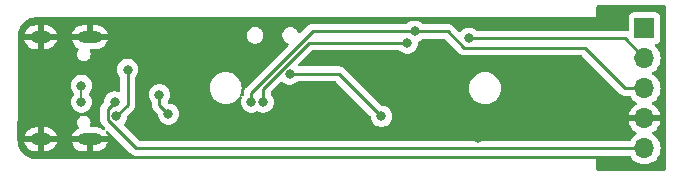
<source format=gbr>
%TF.GenerationSoftware,KiCad,Pcbnew,7.0.8*%
%TF.CreationDate,2024-02-13T10:47:56-06:00*%
%TF.ProjectId,SerialClamp,53657269-616c-4436-9c61-6d702e6b6963,rev?*%
%TF.SameCoordinates,Original*%
%TF.FileFunction,Copper,L2,Bot*%
%TF.FilePolarity,Positive*%
%FSLAX46Y46*%
G04 Gerber Fmt 4.6, Leading zero omitted, Abs format (unit mm)*
G04 Created by KiCad (PCBNEW 7.0.8) date 2024-02-13 10:47:56*
%MOMM*%
%LPD*%
G01*
G04 APERTURE LIST*
%TA.AperFunction,ComponentPad*%
%ADD10R,1.700000X1.700000*%
%TD*%
%TA.AperFunction,ComponentPad*%
%ADD11O,1.700000X1.700000*%
%TD*%
%TA.AperFunction,ComponentPad*%
%ADD12O,1.800000X1.000000*%
%TD*%
%TA.AperFunction,ComponentPad*%
%ADD13O,2.100000X1.000000*%
%TD*%
%TA.AperFunction,ViaPad*%
%ADD14C,0.800000*%
%TD*%
%TA.AperFunction,Conductor*%
%ADD15C,0.250000*%
%TD*%
%TA.AperFunction,Conductor*%
%ADD16C,0.200000*%
%TD*%
G04 APERTURE END LIST*
D10*
%TO.P,J2,1,Pin_1*%
%TO.N,VCC*%
X173070000Y-90950000D03*
D11*
%TO.P,J2,2,Pin_2*%
%TO.N,TX*%
X173070000Y-93490000D03*
%TO.P,J2,3,Pin_3*%
%TO.N,RX*%
X173070000Y-96030000D03*
%TO.P,J2,4,Pin_4*%
%TO.N,VSS*%
X173070000Y-98570000D03*
%TO.P,J2,5,Pin_5*%
%TO.N,Reset*%
X173070000Y-101110000D03*
%TD*%
D12*
%TO.P,J1,S1,SHIELD*%
%TO.N,VSS*%
X121947500Y-100345000D03*
D13*
X126097500Y-100345000D03*
D12*
X121947500Y-91705000D03*
D13*
X126097500Y-91705000D03*
%TD*%
D14*
%TO.N,VSS*%
X159000000Y-100200000D03*
X147400000Y-96800000D03*
X152400000Y-96600000D03*
X121600000Y-97800000D03*
X121600000Y-93800000D03*
X136400000Y-90800000D03*
X135000000Y-98800000D03*
X129800000Y-98800000D03*
X131000000Y-95000000D03*
X129000000Y-92000000D03*
%TO.N,Net-(F1-Pad1)*%
X128350000Y-98400000D03*
X129300000Y-94450000D03*
%TO.N,Reset*%
X128200000Y-97200000D03*
%TO.N,RX*%
X139787335Y-97187359D03*
X153600000Y-91200000D03*
%TO.N,TX*%
X140786716Y-97202904D03*
X153000000Y-92200000D03*
X158200000Y-91800000D03*
%TO.N,Net-(U1-V3)*%
X131997996Y-96575000D03*
X132763790Y-98218105D03*
%TO.N,D+*%
X125400000Y-97200000D03*
X125400000Y-95800000D03*
%TO.N,Net-(SW1-B)*%
X150800000Y-98400000D03*
X143030851Y-94830851D03*
%TD*%
D15*
%TO.N,RX*%
X156400000Y-91200000D02*
X153600000Y-91200000D01*
X173070000Y-96030000D02*
X171430000Y-96030000D01*
X171430000Y-96030000D02*
X168000000Y-92600000D01*
%TO.N,TX*%
X171380000Y-91800000D02*
X158200000Y-91800000D01*
%TO.N,RX*%
X168000000Y-92600000D02*
X157800000Y-92600000D01*
%TO.N,TX*%
X173070000Y-93490000D02*
X171380000Y-91800000D01*
%TO.N,RX*%
X157800000Y-92600000D02*
X156400000Y-91200000D01*
%TO.N,VSS*%
X129000000Y-92000000D02*
X130000000Y-92000000D01*
%TO.N,Net-(F1-Pad1)*%
X128350000Y-98400000D02*
X129300000Y-97450000D01*
%TO.N,Reset*%
X127625000Y-97775000D02*
X128200000Y-97200000D01*
X127625000Y-98700305D02*
X127625000Y-97775000D01*
X130034695Y-101110000D02*
X127625000Y-98700305D01*
%TO.N,Net-(F1-Pad1)*%
X129300000Y-97450000D02*
X129300000Y-94450000D01*
%TO.N,Reset*%
X173070000Y-101110000D02*
X130034695Y-101110000D01*
%TO.N,Net-(U1-V3)*%
X131997996Y-97452311D02*
X131997996Y-96575000D01*
X132763790Y-98218105D02*
X131997996Y-97452311D01*
%TO.N,TX*%
X140786716Y-96049680D02*
X144636396Y-92200000D01*
X140786716Y-97202904D02*
X140786716Y-96049680D01*
%TO.N,RX*%
X139787335Y-96412665D02*
X139787335Y-97187359D01*
%TO.N,TX*%
X144636396Y-92200000D02*
X153000000Y-92200000D01*
%TO.N,RX*%
X145000000Y-91200000D02*
X139787335Y-96412665D01*
X153600000Y-91200000D02*
X145000000Y-91200000D01*
%TO.N,Net-(SW1-B)*%
X147200000Y-94800000D02*
X143061702Y-94800000D01*
X150800000Y-98400000D02*
X147200000Y-94800000D01*
X143061702Y-94800000D02*
X143030851Y-94830851D01*
D16*
%TO.N,D+*%
X125400000Y-95800000D02*
X125400000Y-97200000D01*
%TD*%
%TA.AperFunction,Conductor*%
%TO.N,VSS*%
G36*
X174842539Y-89020185D02*
G01*
X174888294Y-89072989D01*
X174899500Y-89124500D01*
X174899500Y-102875500D01*
X174879815Y-102942539D01*
X174827011Y-102988294D01*
X174775500Y-102999500D01*
X169124500Y-102999500D01*
X169057461Y-102979815D01*
X169011706Y-102927011D01*
X169000500Y-102875500D01*
X169000500Y-102024759D01*
X169000528Y-102024616D01*
X169000524Y-102024616D01*
X169000539Y-102000002D01*
X169000541Y-102000000D01*
X169000462Y-101999808D01*
X169000384Y-101999618D01*
X169000382Y-101999616D01*
X169000099Y-101999500D01*
X169000001Y-101999459D01*
X168975963Y-101999416D01*
X168975492Y-101999509D01*
X121583600Y-102018127D01*
X121579150Y-102017969D01*
X121511511Y-102013130D01*
X121349795Y-102000403D01*
X121341470Y-101999175D01*
X121241595Y-101977447D01*
X121115623Y-101947205D01*
X121108431Y-101945009D01*
X121006278Y-101906907D01*
X120892053Y-101859592D01*
X120886062Y-101856726D01*
X120815904Y-101818417D01*
X120789199Y-101803835D01*
X120786528Y-101802289D01*
X120684060Y-101739495D01*
X120679297Y-101736263D01*
X120590128Y-101669512D01*
X120587017Y-101667023D01*
X120496305Y-101589548D01*
X120492729Y-101586242D01*
X120413756Y-101507269D01*
X120410450Y-101503693D01*
X120332975Y-101412981D01*
X120330486Y-101409870D01*
X120282234Y-101345413D01*
X120263731Y-101320695D01*
X120260503Y-101315938D01*
X120231552Y-101268695D01*
X120197691Y-101213438D01*
X120196178Y-101210826D01*
X120143272Y-101113936D01*
X120140406Y-101107945D01*
X120093093Y-100993721D01*
X120080614Y-100960267D01*
X120054980Y-100891543D01*
X120052798Y-100884391D01*
X120022552Y-100758404D01*
X120008561Y-100694093D01*
X120000821Y-100658515D01*
X119999598Y-100650226D01*
X119995252Y-100595000D01*
X120574134Y-100595000D01*
X120574431Y-100596946D01*
X120574433Y-100596952D01*
X120645062Y-100787657D01*
X120645065Y-100787664D01*
X120752649Y-100960267D01*
X120892764Y-101107668D01*
X120892766Y-101107669D01*
X121059695Y-101223856D01*
X121246592Y-101304059D01*
X121445810Y-101345000D01*
X121697500Y-101345000D01*
X121697500Y-100645000D01*
X122197500Y-100645000D01*
X122197500Y-101345000D01*
X122398213Y-101345000D01*
X122549838Y-101329581D01*
X122743881Y-101268700D01*
X122743891Y-101268695D01*
X122921715Y-101169994D01*
X122921716Y-101169994D01*
X123076030Y-101037521D01*
X123076031Y-101037520D01*
X123200518Y-100876695D01*
X123290088Y-100694093D01*
X123315746Y-100595000D01*
X124574134Y-100595000D01*
X124574431Y-100596946D01*
X124574433Y-100596952D01*
X124645062Y-100787657D01*
X124645065Y-100787664D01*
X124752649Y-100960267D01*
X124892764Y-101107668D01*
X124892766Y-101107669D01*
X125059695Y-101223856D01*
X125246592Y-101304059D01*
X125445810Y-101345000D01*
X125847500Y-101345000D01*
X125847500Y-100645000D01*
X126347500Y-100645000D01*
X126347500Y-101345000D01*
X126698213Y-101345000D01*
X126849838Y-101329581D01*
X127043881Y-101268700D01*
X127043891Y-101268695D01*
X127221715Y-101169994D01*
X127221716Y-101169994D01*
X127376030Y-101037521D01*
X127376031Y-101037520D01*
X127500518Y-100876695D01*
X127590088Y-100694093D01*
X127615746Y-100595000D01*
X126813611Y-100595000D01*
X126853110Y-100570543D01*
X126920701Y-100481038D01*
X126951395Y-100373160D01*
X126941046Y-100261479D01*
X126891052Y-100161078D01*
X126818569Y-100095000D01*
X127620866Y-100095000D01*
X127620568Y-100093053D01*
X127620566Y-100093047D01*
X127549937Y-99902342D01*
X127549934Y-99902335D01*
X127473290Y-99779371D01*
X127454534Y-99712066D01*
X127475143Y-99645305D01*
X127528574Y-99600284D01*
X127597863Y-99591297D01*
X127661012Y-99621197D01*
X127666199Y-99626094D01*
X128610647Y-100570543D01*
X129533892Y-101493788D01*
X129543717Y-101506051D01*
X129543938Y-101505869D01*
X129548909Y-101511878D01*
X129574912Y-101536295D01*
X129599330Y-101559226D01*
X129620224Y-101580120D01*
X129625706Y-101584373D01*
X129630138Y-101588157D01*
X129664113Y-101620062D01*
X129681671Y-101629714D01*
X129697930Y-101640395D01*
X129713759Y-101652673D01*
X129756533Y-101671182D01*
X129761751Y-101673738D01*
X129802603Y-101696197D01*
X129822011Y-101701180D01*
X129840412Y-101707480D01*
X129858799Y-101715437D01*
X129902183Y-101722308D01*
X129904814Y-101722725D01*
X129910534Y-101723909D01*
X129955676Y-101735500D01*
X129975711Y-101735500D01*
X129995109Y-101737026D01*
X130014889Y-101740159D01*
X130014890Y-101740160D01*
X130014890Y-101740159D01*
X130014891Y-101740160D01*
X130061279Y-101735775D01*
X130067117Y-101735500D01*
X171794773Y-101735500D01*
X171861812Y-101755185D01*
X171896348Y-101788377D01*
X172031500Y-101981395D01*
X172031505Y-101981401D01*
X172198599Y-102148495D01*
X172295384Y-102216265D01*
X172392165Y-102284032D01*
X172392167Y-102284033D01*
X172392170Y-102284035D01*
X172606337Y-102383903D01*
X172834592Y-102445063D01*
X173022918Y-102461539D01*
X173069999Y-102465659D01*
X173070000Y-102465659D01*
X173070001Y-102465659D01*
X173109234Y-102462226D01*
X173305408Y-102445063D01*
X173533663Y-102383903D01*
X173747830Y-102284035D01*
X173941401Y-102148495D01*
X174108495Y-101981401D01*
X174244035Y-101787830D01*
X174343903Y-101573663D01*
X174405063Y-101345408D01*
X174425659Y-101110000D01*
X174405063Y-100874592D01*
X174343903Y-100646337D01*
X174244035Y-100432171D01*
X174243652Y-100431623D01*
X174108494Y-100238597D01*
X173941402Y-100071506D01*
X173941401Y-100071505D01*
X173755405Y-99941269D01*
X173711781Y-99886692D01*
X173704588Y-99817193D01*
X173736110Y-99754839D01*
X173755405Y-99738119D01*
X173941082Y-99608105D01*
X174108105Y-99441082D01*
X174243600Y-99247578D01*
X174343429Y-99033492D01*
X174343432Y-99033486D01*
X174400636Y-98820000D01*
X173503686Y-98820000D01*
X173529493Y-98779844D01*
X173570000Y-98641889D01*
X173570000Y-98498111D01*
X173529493Y-98360156D01*
X173503686Y-98320000D01*
X174400636Y-98320000D01*
X174400635Y-98319999D01*
X174343432Y-98106513D01*
X174343429Y-98106507D01*
X174243600Y-97892422D01*
X174243599Y-97892420D01*
X174108113Y-97698926D01*
X174108108Y-97698920D01*
X173941078Y-97531890D01*
X173755405Y-97401879D01*
X173711780Y-97347302D01*
X173704588Y-97277804D01*
X173736110Y-97215449D01*
X173755406Y-97198730D01*
X173766853Y-97190715D01*
X173941401Y-97068495D01*
X174108495Y-96901401D01*
X174244035Y-96707830D01*
X174343903Y-96493663D01*
X174405063Y-96265408D01*
X174425659Y-96030000D01*
X174425221Y-96024999D01*
X174405063Y-95794596D01*
X174405063Y-95794592D01*
X174343903Y-95566337D01*
X174244035Y-95352171D01*
X174243652Y-95351623D01*
X174108494Y-95158597D01*
X173941402Y-94991506D01*
X173941396Y-94991501D01*
X173755842Y-94861575D01*
X173712217Y-94806998D01*
X173705023Y-94737500D01*
X173736546Y-94675145D01*
X173755842Y-94658425D01*
X173784646Y-94638256D01*
X173941401Y-94528495D01*
X174108495Y-94361401D01*
X174244035Y-94167830D01*
X174343903Y-93953663D01*
X174405063Y-93725408D01*
X174425659Y-93490000D01*
X174405063Y-93254592D01*
X174356772Y-93074364D01*
X174343905Y-93026344D01*
X174343904Y-93026343D01*
X174343903Y-93026337D01*
X174244035Y-92812171D01*
X174240402Y-92806983D01*
X174108496Y-92618600D01*
X174049396Y-92559500D01*
X173986567Y-92496671D01*
X173953084Y-92435351D01*
X173958068Y-92365659D01*
X173999939Y-92309725D01*
X174030915Y-92292810D01*
X174162331Y-92243796D01*
X174277546Y-92157546D01*
X174363796Y-92042331D01*
X174414091Y-91907483D01*
X174420500Y-91847873D01*
X174420499Y-90052128D01*
X174414091Y-89992517D01*
X174407889Y-89975889D01*
X174363797Y-89857671D01*
X174363793Y-89857664D01*
X174277547Y-89742455D01*
X174277544Y-89742452D01*
X174162335Y-89656206D01*
X174162328Y-89656202D01*
X174027482Y-89605908D01*
X174027483Y-89605908D01*
X173967883Y-89599501D01*
X173967881Y-89599500D01*
X173967873Y-89599500D01*
X173967864Y-89599500D01*
X172172129Y-89599500D01*
X172172123Y-89599501D01*
X172112516Y-89605908D01*
X171977671Y-89656202D01*
X171977664Y-89656206D01*
X171862455Y-89742452D01*
X171862452Y-89742455D01*
X171776206Y-89857664D01*
X171776202Y-89857671D01*
X171725908Y-89992517D01*
X171721655Y-90032082D01*
X171719501Y-90052123D01*
X171719500Y-90052135D01*
X171719500Y-91076940D01*
X171699815Y-91143979D01*
X171647011Y-91189734D01*
X171577853Y-91199678D01*
X171560908Y-91196017D01*
X171555898Y-91194561D01*
X171509874Y-91187272D01*
X171504152Y-91186087D01*
X171459021Y-91174500D01*
X171459019Y-91174500D01*
X171438984Y-91174500D01*
X171419586Y-91172973D01*
X171412162Y-91171797D01*
X171399805Y-91169840D01*
X171399804Y-91169840D01*
X171353416Y-91174225D01*
X171347578Y-91174500D01*
X158903748Y-91174500D01*
X158836709Y-91154815D01*
X158811600Y-91133474D01*
X158805873Y-91127114D01*
X158805869Y-91127110D01*
X158652734Y-91015851D01*
X158652729Y-91015848D01*
X158479807Y-90938857D01*
X158479802Y-90938855D01*
X158318635Y-90904599D01*
X158294646Y-90899500D01*
X158105354Y-90899500D01*
X158081365Y-90904599D01*
X157920197Y-90938855D01*
X157920192Y-90938857D01*
X157747270Y-91015848D01*
X157747265Y-91015851D01*
X157594132Y-91127109D01*
X157594129Y-91127111D01*
X157594129Y-91127112D01*
X157532087Y-91196017D01*
X157500371Y-91231241D01*
X157440884Y-91267889D01*
X157371027Y-91266558D01*
X157320540Y-91235949D01*
X156900803Y-90816212D01*
X156890980Y-90803950D01*
X156890759Y-90804134D01*
X156885786Y-90798123D01*
X156835364Y-90750773D01*
X156819836Y-90735245D01*
X156814475Y-90729883D01*
X156808986Y-90725625D01*
X156804561Y-90721847D01*
X156770582Y-90689938D01*
X156770580Y-90689936D01*
X156770577Y-90689935D01*
X156753029Y-90680288D01*
X156736763Y-90669604D01*
X156720933Y-90657325D01*
X156678168Y-90638818D01*
X156672922Y-90636248D01*
X156632093Y-90613803D01*
X156632092Y-90613802D01*
X156612693Y-90608822D01*
X156594281Y-90602518D01*
X156575898Y-90594562D01*
X156575892Y-90594560D01*
X156529874Y-90587272D01*
X156524152Y-90586087D01*
X156479021Y-90574500D01*
X156479019Y-90574500D01*
X156458984Y-90574500D01*
X156439586Y-90572973D01*
X156432162Y-90571797D01*
X156419805Y-90569840D01*
X156419804Y-90569840D01*
X156373416Y-90574225D01*
X156367578Y-90574500D01*
X154303748Y-90574500D01*
X154236709Y-90554815D01*
X154211600Y-90533474D01*
X154205873Y-90527114D01*
X154205869Y-90527110D01*
X154052734Y-90415851D01*
X154052729Y-90415848D01*
X153879807Y-90338857D01*
X153879802Y-90338855D01*
X153734001Y-90307865D01*
X153694646Y-90299500D01*
X153505354Y-90299500D01*
X153472897Y-90306398D01*
X153320197Y-90338855D01*
X153320192Y-90338857D01*
X153147270Y-90415848D01*
X153147265Y-90415851D01*
X152994130Y-90527110D01*
X152994126Y-90527114D01*
X152988400Y-90533474D01*
X152928913Y-90570121D01*
X152896252Y-90574500D01*
X145082743Y-90574500D01*
X145067122Y-90572775D01*
X145067095Y-90573061D01*
X145059333Y-90572326D01*
X144990172Y-90574500D01*
X144960649Y-90574500D01*
X144953778Y-90575367D01*
X144947959Y-90575825D01*
X144901374Y-90577289D01*
X144901368Y-90577290D01*
X144882126Y-90582880D01*
X144863087Y-90586823D01*
X144843217Y-90589334D01*
X144843203Y-90589337D01*
X144799883Y-90606488D01*
X144794358Y-90608380D01*
X144749613Y-90621380D01*
X144749610Y-90621381D01*
X144732366Y-90631579D01*
X144714905Y-90640133D01*
X144696274Y-90647510D01*
X144696262Y-90647517D01*
X144658570Y-90674902D01*
X144653687Y-90678109D01*
X144613580Y-90701829D01*
X144599414Y-90715995D01*
X144584624Y-90728627D01*
X144568414Y-90740404D01*
X144568411Y-90740407D01*
X144538710Y-90776309D01*
X144534777Y-90780631D01*
X143966831Y-91348577D01*
X143905508Y-91382062D01*
X143835816Y-91377078D01*
X143779883Y-91335206D01*
X143763823Y-91301269D01*
X143762451Y-91301790D01*
X143759790Y-91294774D01*
X143680736Y-91144150D01*
X143661560Y-91122505D01*
X143567929Y-91016817D01*
X143518177Y-90982475D01*
X143427931Y-90920182D01*
X143268874Y-90859860D01*
X143268868Y-90859859D01*
X143142374Y-90844500D01*
X143142372Y-90844500D01*
X143057628Y-90844500D01*
X143057626Y-90844500D01*
X142931131Y-90859859D01*
X142931125Y-90859860D01*
X142772068Y-90920182D01*
X142632072Y-91016816D01*
X142519263Y-91144150D01*
X142440210Y-91294773D01*
X142399500Y-91459944D01*
X142399500Y-91630055D01*
X142440210Y-91795226D01*
X142519263Y-91945849D01*
X142535772Y-91964484D01*
X142632071Y-92073183D01*
X142722318Y-92135476D01*
X142772068Y-92169817D01*
X142772069Y-92169817D01*
X142772070Y-92169818D01*
X142863560Y-92204515D01*
X142919263Y-92246692D01*
X142943321Y-92312290D01*
X142928095Y-92380480D01*
X142907271Y-92408138D01*
X139403543Y-95911864D01*
X139391286Y-95921685D01*
X139391469Y-95921906D01*
X139385458Y-95926878D01*
X139338107Y-95977301D01*
X139317224Y-95998184D01*
X139317212Y-95998197D01*
X139312956Y-96003682D01*
X139309172Y-96008112D01*
X139277272Y-96042083D01*
X139277271Y-96042085D01*
X139267619Y-96059641D01*
X139256945Y-96075891D01*
X139244664Y-96091726D01*
X139244659Y-96091733D01*
X139226150Y-96134503D01*
X139223580Y-96139749D01*
X139201138Y-96180571D01*
X139196157Y-96199972D01*
X139189856Y-96218375D01*
X139181894Y-96236775D01*
X139181353Y-96238637D01*
X139180533Y-96239919D01*
X139178800Y-96243926D01*
X139178153Y-96243646D01*
X139149280Y-96288842D01*
X139161800Y-96328005D01*
X139161835Y-96330957D01*
X139161835Y-96353681D01*
X139160308Y-96373080D01*
X139157175Y-96392859D01*
X139157175Y-96392860D01*
X139161560Y-96439248D01*
X139161835Y-96445086D01*
X139161835Y-96488671D01*
X139142150Y-96555710D01*
X139129985Y-96571643D01*
X139050454Y-96659972D01*
X139048626Y-96658326D01*
X139002075Y-96694216D01*
X138932462Y-96700189D01*
X138870669Y-96667578D01*
X138836317Y-96606736D01*
X138840312Y-96536981D01*
X138844715Y-96526256D01*
X138853154Y-96508159D01*
X138873903Y-96463663D01*
X138918060Y-96298863D01*
X138950516Y-96245616D01*
X138938281Y-96204365D01*
X138938751Y-96193244D01*
X138955659Y-96000000D01*
X138935063Y-95764592D01*
X138873903Y-95536337D01*
X138774035Y-95322171D01*
X138774034Y-95322169D01*
X138638494Y-95128597D01*
X138471402Y-94961505D01*
X138277830Y-94825965D01*
X138277828Y-94825964D01*
X138170746Y-94776031D01*
X138063663Y-94726097D01*
X138063659Y-94726096D01*
X138063655Y-94726094D01*
X137835413Y-94664938D01*
X137835403Y-94664936D01*
X137658966Y-94649500D01*
X137541034Y-94649500D01*
X137364596Y-94664936D01*
X137364586Y-94664938D01*
X137136344Y-94726094D01*
X137136335Y-94726098D01*
X136922171Y-94825964D01*
X136922169Y-94825965D01*
X136728597Y-94961505D01*
X136561506Y-95128597D01*
X136561501Y-95128604D01*
X136425967Y-95322165D01*
X136425965Y-95322169D01*
X136326098Y-95536335D01*
X136326094Y-95536344D01*
X136264938Y-95764586D01*
X136264936Y-95764596D01*
X136244341Y-95999999D01*
X136244341Y-96000000D01*
X136264936Y-96235403D01*
X136264938Y-96235413D01*
X136326094Y-96463655D01*
X136326096Y-96463659D01*
X136326097Y-96463663D01*
X136346846Y-96508159D01*
X136425964Y-96677828D01*
X136425965Y-96677830D01*
X136561505Y-96871402D01*
X136728597Y-97038494D01*
X136922169Y-97174034D01*
X136922171Y-97174035D01*
X137136337Y-97273903D01*
X137136343Y-97273904D01*
X137136344Y-97273905D01*
X137174919Y-97284241D01*
X137364592Y-97335063D01*
X137541034Y-97350500D01*
X137658966Y-97350500D01*
X137835408Y-97335063D01*
X138063663Y-97273903D01*
X138277829Y-97174035D01*
X138471401Y-97038495D01*
X138638495Y-96871401D01*
X138731025Y-96739253D01*
X138785602Y-96695629D01*
X138855100Y-96688435D01*
X138917455Y-96719958D01*
X138952869Y-96780187D01*
X138950531Y-96848695D01*
X138901662Y-96999099D01*
X138901661Y-96999103D01*
X138881875Y-97187359D01*
X138901661Y-97375615D01*
X138901662Y-97375618D01*
X138960153Y-97555636D01*
X138960156Y-97555643D01*
X139054802Y-97719575D01*
X139172076Y-97849821D01*
X139181464Y-97860247D01*
X139334600Y-97971507D01*
X139334605Y-97971510D01*
X139507527Y-98048501D01*
X139507532Y-98048503D01*
X139692689Y-98087859D01*
X139692690Y-98087859D01*
X139881979Y-98087859D01*
X139881981Y-98087859D01*
X140067138Y-98048503D01*
X140220172Y-97980366D01*
X140289420Y-97971082D01*
X140327954Y-97984623D01*
X140328049Y-97984412D01*
X140330659Y-97985574D01*
X140332608Y-97986259D01*
X140333980Y-97987050D01*
X140333986Y-97987055D01*
X140420449Y-98025551D01*
X140506908Y-98064046D01*
X140506913Y-98064048D01*
X140692070Y-98103404D01*
X140692071Y-98103404D01*
X140881360Y-98103404D01*
X140881362Y-98103404D01*
X141066519Y-98064048D01*
X141239446Y-97987055D01*
X141392587Y-97875792D01*
X141519249Y-97735120D01*
X141613895Y-97571188D01*
X141672390Y-97391160D01*
X141692176Y-97202904D01*
X141672390Y-97014648D01*
X141613895Y-96834620D01*
X141519249Y-96670688D01*
X141495139Y-96643911D01*
X141444066Y-96587188D01*
X141413836Y-96524196D01*
X141412216Y-96504216D01*
X141412216Y-96360131D01*
X141431901Y-96293092D01*
X141448531Y-96272454D01*
X142234161Y-95486823D01*
X142295482Y-95453340D01*
X142365173Y-95458324D01*
X142413988Y-95491532D01*
X142424978Y-95503737D01*
X142424986Y-95503744D01*
X142578116Y-95614999D01*
X142578121Y-95615002D01*
X142751043Y-95691993D01*
X142751048Y-95691995D01*
X142936205Y-95731351D01*
X142936206Y-95731351D01*
X143125495Y-95731351D01*
X143125497Y-95731351D01*
X143310654Y-95691995D01*
X143483581Y-95615002D01*
X143636722Y-95503739D01*
X143670227Y-95466527D01*
X143729714Y-95429879D01*
X143762377Y-95425500D01*
X146889548Y-95425500D01*
X146956587Y-95445185D01*
X146977229Y-95461819D01*
X149861038Y-98345629D01*
X149894523Y-98406952D01*
X149896678Y-98420348D01*
X149904852Y-98498111D01*
X149914326Y-98588256D01*
X149914327Y-98588259D01*
X149972818Y-98768277D01*
X149972821Y-98768284D01*
X150067467Y-98932216D01*
X150168209Y-99044101D01*
X150194129Y-99072888D01*
X150347265Y-99184148D01*
X150347270Y-99184151D01*
X150520192Y-99261142D01*
X150520197Y-99261144D01*
X150705354Y-99300500D01*
X150705355Y-99300500D01*
X150894644Y-99300500D01*
X150894646Y-99300500D01*
X151079803Y-99261144D01*
X151252730Y-99184151D01*
X151405871Y-99072888D01*
X151532533Y-98932216D01*
X151627179Y-98768284D01*
X151685674Y-98588256D01*
X151705460Y-98400000D01*
X151685674Y-98211744D01*
X151627179Y-98031716D01*
X151532533Y-97867784D01*
X151405871Y-97727112D01*
X151400107Y-97722924D01*
X151252734Y-97615851D01*
X151252729Y-97615848D01*
X151079807Y-97538857D01*
X151079802Y-97538855D01*
X150917515Y-97504361D01*
X150894646Y-97499500D01*
X150894645Y-97499500D01*
X150835452Y-97499500D01*
X150768413Y-97479815D01*
X150747771Y-97463181D01*
X149309590Y-96025000D01*
X158214341Y-96025000D01*
X158234936Y-96260403D01*
X158234938Y-96260413D01*
X158296094Y-96488655D01*
X158296096Y-96488659D01*
X158296097Y-96488663D01*
X158325546Y-96551816D01*
X158395964Y-96702828D01*
X158395965Y-96702830D01*
X158531505Y-96896402D01*
X158698597Y-97063494D01*
X158892169Y-97199034D01*
X158892171Y-97199035D01*
X159106337Y-97298903D01*
X159334592Y-97360063D01*
X159511034Y-97375500D01*
X159628966Y-97375500D01*
X159805408Y-97360063D01*
X160033663Y-97298903D01*
X160247829Y-97199035D01*
X160441401Y-97063495D01*
X160608495Y-96896401D01*
X160744035Y-96702830D01*
X160843903Y-96488663D01*
X160905063Y-96260408D01*
X160925659Y-96025000D01*
X160924181Y-96008112D01*
X160914907Y-95902111D01*
X160905063Y-95789592D01*
X160843903Y-95561337D01*
X160744035Y-95347171D01*
X160744034Y-95347169D01*
X160608494Y-95153597D01*
X160441402Y-94986505D01*
X160247830Y-94850965D01*
X160247828Y-94850964D01*
X160101006Y-94782500D01*
X160033663Y-94751097D01*
X160033659Y-94751096D01*
X160033655Y-94751094D01*
X159805413Y-94689938D01*
X159805403Y-94689936D01*
X159628966Y-94674500D01*
X159511034Y-94674500D01*
X159334596Y-94689936D01*
X159334586Y-94689938D01*
X159106344Y-94751094D01*
X159106335Y-94751098D01*
X158892171Y-94850964D01*
X158892169Y-94850965D01*
X158698597Y-94986505D01*
X158531506Y-95153597D01*
X158531501Y-95153604D01*
X158395967Y-95347165D01*
X158395965Y-95347169D01*
X158296098Y-95561335D01*
X158296094Y-95561344D01*
X158234938Y-95789586D01*
X158234936Y-95789596D01*
X158214341Y-96024999D01*
X158214341Y-96025000D01*
X149309590Y-96025000D01*
X147700803Y-94416212D01*
X147690980Y-94403950D01*
X147690759Y-94404134D01*
X147685786Y-94398123D01*
X147635364Y-94350773D01*
X147624919Y-94340328D01*
X147614475Y-94329883D01*
X147608986Y-94325625D01*
X147604561Y-94321847D01*
X147570582Y-94289938D01*
X147570580Y-94289936D01*
X147570577Y-94289935D01*
X147553029Y-94280288D01*
X147536763Y-94269604D01*
X147520933Y-94257325D01*
X147478168Y-94238818D01*
X147472922Y-94236248D01*
X147432093Y-94213803D01*
X147432092Y-94213802D01*
X147412693Y-94208822D01*
X147394281Y-94202518D01*
X147375898Y-94194562D01*
X147375892Y-94194560D01*
X147329874Y-94187272D01*
X147324152Y-94186087D01*
X147279021Y-94174500D01*
X147279019Y-94174500D01*
X147258984Y-94174500D01*
X147239586Y-94172973D01*
X147232162Y-94171797D01*
X147219805Y-94169840D01*
X147219804Y-94169840D01*
X147173416Y-94174225D01*
X147167578Y-94174500D01*
X143845847Y-94174500D01*
X143778808Y-94154815D01*
X143733053Y-94102011D01*
X143723109Y-94032853D01*
X143752134Y-93969297D01*
X143758166Y-93962819D01*
X144295753Y-93425233D01*
X144859167Y-92861819D01*
X144920490Y-92828334D01*
X144946848Y-92825500D01*
X152296252Y-92825500D01*
X152363291Y-92845185D01*
X152388400Y-92866526D01*
X152394126Y-92872885D01*
X152394130Y-92872889D01*
X152547265Y-92984148D01*
X152547270Y-92984151D01*
X152720192Y-93061142D01*
X152720197Y-93061144D01*
X152905354Y-93100500D01*
X152905355Y-93100500D01*
X153094644Y-93100500D01*
X153094646Y-93100500D01*
X153279803Y-93061144D01*
X153452730Y-92984151D01*
X153605871Y-92872888D01*
X153732533Y-92732216D01*
X153827179Y-92568284D01*
X153885674Y-92388256D01*
X153905460Y-92200000D01*
X153899787Y-92146032D01*
X153912356Y-92077306D01*
X153960087Y-92026282D01*
X153972655Y-92019802D01*
X154052730Y-91984151D01*
X154205871Y-91872888D01*
X154208788Y-91869647D01*
X154211600Y-91866526D01*
X154271087Y-91829879D01*
X154303748Y-91825500D01*
X156089548Y-91825500D01*
X156156587Y-91845185D01*
X156177229Y-91861819D01*
X157299197Y-92983788D01*
X157309022Y-92996051D01*
X157309243Y-92995869D01*
X157314214Y-93001878D01*
X157340217Y-93026295D01*
X157364635Y-93049226D01*
X157385529Y-93070120D01*
X157391011Y-93074373D01*
X157395443Y-93078157D01*
X157429418Y-93110062D01*
X157446976Y-93119714D01*
X157463233Y-93130393D01*
X157479064Y-93142673D01*
X157498737Y-93151186D01*
X157521833Y-93161182D01*
X157527077Y-93163750D01*
X157567908Y-93186197D01*
X157580523Y-93189435D01*
X157587305Y-93191177D01*
X157605719Y-93197481D01*
X157624104Y-93205438D01*
X157670157Y-93212732D01*
X157675826Y-93213906D01*
X157720981Y-93225500D01*
X157741016Y-93225500D01*
X157760413Y-93227026D01*
X157780196Y-93230160D01*
X157826584Y-93225775D01*
X157832422Y-93225500D01*
X167689548Y-93225500D01*
X167756587Y-93245185D01*
X167777229Y-93261819D01*
X170929194Y-96413784D01*
X170939019Y-96426048D01*
X170939240Y-96425866D01*
X170944210Y-96431873D01*
X170944213Y-96431876D01*
X170944214Y-96431877D01*
X170994651Y-96479241D01*
X171015530Y-96500120D01*
X171021004Y-96504366D01*
X171025442Y-96508156D01*
X171059418Y-96540062D01*
X171059422Y-96540064D01*
X171076973Y-96549713D01*
X171093231Y-96560392D01*
X171109064Y-96572674D01*
X171131015Y-96582172D01*
X171151837Y-96591183D01*
X171157081Y-96593752D01*
X171197908Y-96616197D01*
X171217312Y-96621179D01*
X171235710Y-96627478D01*
X171254105Y-96635438D01*
X171300129Y-96642726D01*
X171305832Y-96643907D01*
X171350981Y-96655500D01*
X171371016Y-96655500D01*
X171390413Y-96657026D01*
X171410196Y-96660160D01*
X171456584Y-96655775D01*
X171462422Y-96655500D01*
X171794773Y-96655500D01*
X171861812Y-96675185D01*
X171896348Y-96708377D01*
X172031501Y-96901396D01*
X172031506Y-96901402D01*
X172198597Y-97068493D01*
X172198603Y-97068498D01*
X172384594Y-97198730D01*
X172428219Y-97253307D01*
X172435413Y-97322805D01*
X172403890Y-97385160D01*
X172384595Y-97401880D01*
X172198922Y-97531890D01*
X172198920Y-97531891D01*
X172031891Y-97698920D01*
X172031886Y-97698926D01*
X171896400Y-97892420D01*
X171896399Y-97892422D01*
X171796570Y-98106507D01*
X171796567Y-98106513D01*
X171739364Y-98319999D01*
X171739364Y-98320000D01*
X172636314Y-98320000D01*
X172610507Y-98360156D01*
X172570000Y-98498111D01*
X172570000Y-98641889D01*
X172610507Y-98779844D01*
X172636314Y-98820000D01*
X171739364Y-98820000D01*
X171796567Y-99033486D01*
X171796570Y-99033492D01*
X171896399Y-99247578D01*
X172031894Y-99441082D01*
X172198917Y-99608105D01*
X172384595Y-99738119D01*
X172428219Y-99792696D01*
X172435412Y-99862195D01*
X172403890Y-99924549D01*
X172384595Y-99941269D01*
X172198594Y-100071508D01*
X172031505Y-100238597D01*
X171896348Y-100431623D01*
X171841771Y-100475248D01*
X171794773Y-100484500D01*
X130345148Y-100484500D01*
X130278109Y-100464815D01*
X130257467Y-100448181D01*
X129004160Y-99194874D01*
X128970675Y-99133551D01*
X128975659Y-99063859D01*
X128999691Y-99024221D01*
X129082533Y-98932216D01*
X129177179Y-98768284D01*
X129235674Y-98588256D01*
X129253321Y-98420344D01*
X129279904Y-98355734D01*
X129288951Y-98345638D01*
X129683788Y-97950801D01*
X129696042Y-97940986D01*
X129695859Y-97940764D01*
X129701866Y-97935792D01*
X129701877Y-97935786D01*
X129732775Y-97902882D01*
X129749227Y-97885364D01*
X129759671Y-97874918D01*
X129770120Y-97864471D01*
X129774379Y-97858978D01*
X129778152Y-97854561D01*
X129810062Y-97820582D01*
X129819715Y-97803020D01*
X129830389Y-97786770D01*
X129842673Y-97770936D01*
X129861180Y-97728167D01*
X129863749Y-97722924D01*
X129876942Y-97698926D01*
X129886197Y-97682092D01*
X129891177Y-97662691D01*
X129897478Y-97644288D01*
X129905438Y-97625896D01*
X129912730Y-97579849D01*
X129913911Y-97574152D01*
X129925500Y-97529019D01*
X129925500Y-97508983D01*
X129927027Y-97489582D01*
X129928574Y-97479815D01*
X129930160Y-97469804D01*
X129925775Y-97423415D01*
X129925500Y-97417577D01*
X129925500Y-96575000D01*
X131092536Y-96575000D01*
X131112322Y-96763256D01*
X131112323Y-96763259D01*
X131170814Y-96943277D01*
X131170817Y-96943284D01*
X131265463Y-97107216D01*
X131270133Y-97112402D01*
X131340646Y-97190715D01*
X131370876Y-97253706D01*
X131372496Y-97273687D01*
X131372496Y-97369566D01*
X131370771Y-97385183D01*
X131371057Y-97385210D01*
X131370322Y-97392976D01*
X131372496Y-97462125D01*
X131372496Y-97491654D01*
X131372497Y-97491671D01*
X131373364Y-97498542D01*
X131373822Y-97504361D01*
X131375286Y-97550935D01*
X131375287Y-97550938D01*
X131380876Y-97570178D01*
X131384820Y-97589222D01*
X131387332Y-97609103D01*
X131390003Y-97615849D01*
X131404486Y-97652430D01*
X131406378Y-97657958D01*
X131419377Y-97702699D01*
X131429576Y-97719945D01*
X131438134Y-97737414D01*
X131445510Y-97756043D01*
X131472894Y-97793734D01*
X131476102Y-97798618D01*
X131499823Y-97838727D01*
X131499829Y-97838735D01*
X131513986Y-97852891D01*
X131526623Y-97867686D01*
X131538402Y-97883898D01*
X131548703Y-97892420D01*
X131574305Y-97913599D01*
X131578616Y-97917521D01*
X131763741Y-98102647D01*
X131824828Y-98163734D01*
X131858313Y-98225057D01*
X131860468Y-98238453D01*
X131860547Y-98239202D01*
X131878116Y-98406361D01*
X131878117Y-98406364D01*
X131936608Y-98586382D01*
X131936611Y-98586389D01*
X132031257Y-98750321D01*
X132100784Y-98827538D01*
X132157919Y-98890993D01*
X132311055Y-99002253D01*
X132311060Y-99002256D01*
X132483982Y-99079247D01*
X132483987Y-99079249D01*
X132669144Y-99118605D01*
X132669145Y-99118605D01*
X132858434Y-99118605D01*
X132858436Y-99118605D01*
X133043593Y-99079249D01*
X133216520Y-99002256D01*
X133369661Y-98890993D01*
X133496323Y-98750321D01*
X133590969Y-98586389D01*
X133649464Y-98406361D01*
X133669250Y-98218105D01*
X133649464Y-98029849D01*
X133590969Y-97849821D01*
X133496323Y-97685889D01*
X133369661Y-97545217D01*
X133366483Y-97542908D01*
X133216524Y-97433956D01*
X133216519Y-97433953D01*
X133043597Y-97356962D01*
X133043592Y-97356960D01*
X132882900Y-97322805D01*
X132858436Y-97317605D01*
X132858435Y-97317605D01*
X132819602Y-97317605D01*
X132752563Y-97297920D01*
X132706808Y-97245116D01*
X132696864Y-97175958D01*
X132725889Y-97112402D01*
X132727454Y-97110631D01*
X132730529Y-97107216D01*
X132825175Y-96943284D01*
X132883670Y-96763256D01*
X132903456Y-96575000D01*
X132883670Y-96386744D01*
X132825175Y-96206716D01*
X132730529Y-96042784D01*
X132603867Y-95902112D01*
X132603866Y-95902111D01*
X132450730Y-95790851D01*
X132450725Y-95790848D01*
X132277803Y-95713857D01*
X132277798Y-95713855D01*
X132131997Y-95682865D01*
X132092642Y-95674500D01*
X131903350Y-95674500D01*
X131870893Y-95681398D01*
X131718193Y-95713855D01*
X131718188Y-95713857D01*
X131545266Y-95790848D01*
X131545261Y-95790851D01*
X131392125Y-95902111D01*
X131265462Y-96042785D01*
X131170817Y-96206715D01*
X131170814Y-96206722D01*
X131112323Y-96386740D01*
X131112322Y-96386744D01*
X131092536Y-96575000D01*
X129925500Y-96575000D01*
X129925500Y-95148687D01*
X129945185Y-95081648D01*
X129957350Y-95065715D01*
X129975891Y-95045122D01*
X130032533Y-94982216D01*
X130127179Y-94818284D01*
X130185674Y-94638256D01*
X130205460Y-94450000D01*
X130185674Y-94261744D01*
X130127179Y-94081716D01*
X130032533Y-93917784D01*
X129905871Y-93777112D01*
X129905870Y-93777111D01*
X129752734Y-93665851D01*
X129752729Y-93665848D01*
X129579807Y-93588857D01*
X129579802Y-93588855D01*
X129434001Y-93557865D01*
X129394646Y-93549500D01*
X129205354Y-93549500D01*
X129172897Y-93556398D01*
X129020197Y-93588855D01*
X129020192Y-93588857D01*
X128847270Y-93665848D01*
X128847265Y-93665851D01*
X128694129Y-93777111D01*
X128567466Y-93917785D01*
X128472821Y-94081715D01*
X128472818Y-94081722D01*
X128429903Y-94213802D01*
X128414326Y-94261744D01*
X128394540Y-94450000D01*
X128414326Y-94638256D01*
X128414327Y-94638259D01*
X128472818Y-94818277D01*
X128472821Y-94818284D01*
X128567467Y-94982216D01*
X128610772Y-95030310D01*
X128642650Y-95065715D01*
X128672880Y-95128706D01*
X128674500Y-95148687D01*
X128674500Y-96234597D01*
X128654815Y-96301636D01*
X128602011Y-96347391D01*
X128532853Y-96357335D01*
X128500065Y-96347877D01*
X128479802Y-96338855D01*
X128334001Y-96307865D01*
X128294646Y-96299500D01*
X128105354Y-96299500D01*
X128072897Y-96306398D01*
X127920197Y-96338855D01*
X127920192Y-96338857D01*
X127747270Y-96415848D01*
X127747265Y-96415851D01*
X127594129Y-96527111D01*
X127467466Y-96667785D01*
X127372821Y-96831715D01*
X127372818Y-96831722D01*
X127318433Y-96999103D01*
X127314326Y-97011744D01*
X127308361Y-97068498D01*
X127296679Y-97179649D01*
X127270094Y-97244263D01*
X127261039Y-97254368D01*
X127241208Y-97274199D01*
X127228951Y-97284020D01*
X127229134Y-97284241D01*
X127223123Y-97289213D01*
X127175772Y-97339636D01*
X127154889Y-97360519D01*
X127154877Y-97360532D01*
X127150621Y-97366017D01*
X127146837Y-97370447D01*
X127114937Y-97404418D01*
X127114936Y-97404420D01*
X127105284Y-97421976D01*
X127094610Y-97438226D01*
X127082329Y-97454061D01*
X127082324Y-97454068D01*
X127063815Y-97496838D01*
X127061245Y-97502084D01*
X127038803Y-97542906D01*
X127033822Y-97562307D01*
X127027521Y-97580710D01*
X127019562Y-97599102D01*
X127019561Y-97599105D01*
X127012271Y-97645127D01*
X127011087Y-97650846D01*
X126999501Y-97695972D01*
X126999500Y-97695982D01*
X126999500Y-97716016D01*
X126997973Y-97735415D01*
X126994840Y-97755194D01*
X126994840Y-97755195D01*
X126999225Y-97801583D01*
X126999500Y-97807421D01*
X126999500Y-98617560D01*
X126997775Y-98633177D01*
X126998061Y-98633204D01*
X126997326Y-98640970D01*
X126999500Y-98710119D01*
X126999500Y-98739648D01*
X126999501Y-98739665D01*
X127000368Y-98746536D01*
X127000826Y-98752355D01*
X127002290Y-98798929D01*
X127002291Y-98798932D01*
X127007880Y-98818172D01*
X127011824Y-98837216D01*
X127014336Y-98857096D01*
X127031490Y-98900424D01*
X127033382Y-98905952D01*
X127046381Y-98950693D01*
X127056580Y-98967939D01*
X127065138Y-98985408D01*
X127072514Y-99004037D01*
X127099898Y-99041728D01*
X127103106Y-99046612D01*
X127126827Y-99086721D01*
X127126833Y-99086729D01*
X127140990Y-99100885D01*
X127153628Y-99115681D01*
X127165405Y-99131891D01*
X127165406Y-99131892D01*
X127201309Y-99161593D01*
X127205620Y-99165515D01*
X127287683Y-99247578D01*
X127369388Y-99329283D01*
X127402873Y-99390606D01*
X127397889Y-99460298D01*
X127356017Y-99516231D01*
X127290553Y-99540648D01*
X127222280Y-99525796D01*
X127210870Y-99518739D01*
X127135304Y-99466143D01*
X126948407Y-99385940D01*
X126749190Y-99345000D01*
X126227884Y-99345000D01*
X126160845Y-99325315D01*
X126115090Y-99272511D01*
X126105146Y-99203353D01*
X126113323Y-99173547D01*
X126130577Y-99131891D01*
X126158187Y-99065236D01*
X126177966Y-98915000D01*
X126158187Y-98764764D01*
X126100198Y-98624767D01*
X126007951Y-98504549D01*
X125887733Y-98412302D01*
X125887729Y-98412300D01*
X125812441Y-98381115D01*
X125747736Y-98354313D01*
X125733671Y-98352461D01*
X125635227Y-98339500D01*
X125635220Y-98339500D01*
X125559780Y-98339500D01*
X125559773Y-98339500D01*
X125555728Y-98339766D01*
X125555597Y-98337774D01*
X125532675Y-98334191D01*
X125518227Y-98343477D01*
X125499479Y-98347438D01*
X125447264Y-98354313D01*
X125447263Y-98354313D01*
X125307270Y-98412300D01*
X125307267Y-98412301D01*
X125307267Y-98412302D01*
X125296780Y-98420349D01*
X125187049Y-98504549D01*
X125094800Y-98624770D01*
X125036813Y-98764763D01*
X125036812Y-98764765D01*
X125017034Y-98914999D01*
X125017034Y-98915000D01*
X125036812Y-99065234D01*
X125036813Y-99065236D01*
X125094800Y-99205230D01*
X125094802Y-99205233D01*
X125140339Y-99264578D01*
X125165533Y-99329747D01*
X125151495Y-99398192D01*
X125102681Y-99448181D01*
X125102141Y-99448483D01*
X124973284Y-99520004D01*
X124973283Y-99520005D01*
X124818969Y-99652478D01*
X124818968Y-99652479D01*
X124694481Y-99813304D01*
X124604911Y-99995906D01*
X124579254Y-100095000D01*
X125381389Y-100095000D01*
X125341890Y-100119457D01*
X125274299Y-100208962D01*
X125243605Y-100316840D01*
X125253954Y-100428521D01*
X125303948Y-100528922D01*
X125376431Y-100595000D01*
X124574134Y-100595000D01*
X123315746Y-100595000D01*
X122513611Y-100595000D01*
X122553110Y-100570543D01*
X122620701Y-100481038D01*
X122651395Y-100373160D01*
X122641046Y-100261479D01*
X122591052Y-100161078D01*
X122518569Y-100095000D01*
X123320866Y-100095000D01*
X123320568Y-100093053D01*
X123320566Y-100093047D01*
X123249937Y-99902342D01*
X123249934Y-99902335D01*
X123142350Y-99729732D01*
X123002235Y-99582331D01*
X123002233Y-99582330D01*
X122835304Y-99466143D01*
X122648407Y-99385940D01*
X122449190Y-99345000D01*
X122197500Y-99345000D01*
X122197500Y-100045000D01*
X121697500Y-100045000D01*
X121697500Y-99345000D01*
X121496787Y-99345000D01*
X121345161Y-99360418D01*
X121151118Y-99421299D01*
X121151108Y-99421304D01*
X120973284Y-99520005D01*
X120973283Y-99520005D01*
X120818969Y-99652478D01*
X120818968Y-99652479D01*
X120694481Y-99813304D01*
X120604911Y-99995906D01*
X120579254Y-100095000D01*
X121381389Y-100095000D01*
X121341890Y-100119457D01*
X121274299Y-100208962D01*
X121243605Y-100316840D01*
X121253954Y-100428521D01*
X121303948Y-100528922D01*
X121376431Y-100595000D01*
X120574134Y-100595000D01*
X119995252Y-100595000D01*
X119986860Y-100488372D01*
X119986583Y-100484500D01*
X119982032Y-100420880D01*
X119981875Y-100416373D01*
X119988669Y-97200000D01*
X124494540Y-97200000D01*
X124514326Y-97388256D01*
X124514327Y-97388259D01*
X124572818Y-97568277D01*
X124572821Y-97568284D01*
X124667467Y-97732216D01*
X124773359Y-97849821D01*
X124794129Y-97872888D01*
X124947265Y-97984148D01*
X124947270Y-97984151D01*
X125120192Y-98061142D01*
X125120197Y-98061144D01*
X125305354Y-98100500D01*
X125305355Y-98100500D01*
X125483292Y-98100500D01*
X125495526Y-98104092D01*
X125497237Y-98102647D01*
X125521576Y-98094775D01*
X125679803Y-98061144D01*
X125852730Y-97984151D01*
X126005871Y-97872888D01*
X126132533Y-97732216D01*
X126227179Y-97568284D01*
X126285674Y-97388256D01*
X126305460Y-97200000D01*
X126285674Y-97011744D01*
X126227179Y-96831716D01*
X126132533Y-96667784D01*
X126056167Y-96582971D01*
X126025937Y-96519980D01*
X126034562Y-96450644D01*
X126056164Y-96417031D01*
X126132533Y-96332216D01*
X126227179Y-96168284D01*
X126285674Y-95988256D01*
X126305460Y-95800000D01*
X126285674Y-95611744D01*
X126227179Y-95431716D01*
X126132533Y-95267784D01*
X126005871Y-95127112D01*
X125970051Y-95101087D01*
X125852734Y-95015851D01*
X125852729Y-95015848D01*
X125679807Y-94938857D01*
X125679802Y-94938855D01*
X125534001Y-94907865D01*
X125494646Y-94899500D01*
X125305354Y-94899500D01*
X125272897Y-94906398D01*
X125120197Y-94938855D01*
X125120192Y-94938857D01*
X124947270Y-95015848D01*
X124947265Y-95015851D01*
X124794129Y-95127111D01*
X124667466Y-95267785D01*
X124572821Y-95431715D01*
X124572818Y-95431722D01*
X124529077Y-95566344D01*
X124514326Y-95611744D01*
X124494540Y-95800000D01*
X124514326Y-95988256D01*
X124514327Y-95988259D01*
X124572818Y-96168277D01*
X124572821Y-96168284D01*
X124667467Y-96332216D01*
X124743833Y-96417029D01*
X124774062Y-96480018D01*
X124765437Y-96549353D01*
X124743832Y-96582971D01*
X124667466Y-96667784D01*
X124572821Y-96831715D01*
X124572818Y-96831722D01*
X124518433Y-96999103D01*
X124514326Y-97011744D01*
X124494540Y-97200000D01*
X119988669Y-97200000D01*
X119999749Y-91955000D01*
X120574134Y-91955000D01*
X120574431Y-91956946D01*
X120574433Y-91956952D01*
X120645062Y-92147657D01*
X120645065Y-92147664D01*
X120752649Y-92320267D01*
X120892764Y-92467668D01*
X120892766Y-92467669D01*
X121059695Y-92583856D01*
X121246592Y-92664059D01*
X121445810Y-92705000D01*
X121697500Y-92705000D01*
X121697500Y-92005000D01*
X122197500Y-92005000D01*
X122197500Y-92705000D01*
X122398213Y-92705000D01*
X122549838Y-92689581D01*
X122743881Y-92628700D01*
X122743891Y-92628695D01*
X122921715Y-92529994D01*
X122921716Y-92529994D01*
X123076030Y-92397521D01*
X123076031Y-92397520D01*
X123200518Y-92236695D01*
X123290088Y-92054093D01*
X123315746Y-91955000D01*
X124574134Y-91955000D01*
X124574431Y-91956946D01*
X124574433Y-91956952D01*
X124645062Y-92147657D01*
X124645065Y-92147664D01*
X124752649Y-92320267D01*
X124892764Y-92467668D01*
X124892766Y-92467669D01*
X125059695Y-92583856D01*
X125090143Y-92596922D01*
X125143986Y-92641448D01*
X125165210Y-92708017D01*
X125147075Y-92775492D01*
X125139620Y-92786358D01*
X125094801Y-92844767D01*
X125094800Y-92844769D01*
X125036813Y-92984763D01*
X125036812Y-92984765D01*
X125017034Y-93134999D01*
X125017034Y-93135000D01*
X125036812Y-93285234D01*
X125036813Y-93285236D01*
X125094802Y-93425233D01*
X125187049Y-93545451D01*
X125307267Y-93637698D01*
X125447264Y-93695687D01*
X125559780Y-93710500D01*
X125559787Y-93710500D01*
X125635213Y-93710500D01*
X125635220Y-93710500D01*
X125747736Y-93695687D01*
X125887733Y-93637698D01*
X126007951Y-93545451D01*
X126100198Y-93425233D01*
X126158187Y-93285236D01*
X126177966Y-93135000D01*
X126174682Y-93110059D01*
X126158187Y-92984765D01*
X126158187Y-92984764D01*
X126113323Y-92876453D01*
X126105854Y-92806983D01*
X126137129Y-92744504D01*
X126197218Y-92708852D01*
X126227884Y-92705000D01*
X126698213Y-92705000D01*
X126849838Y-92689581D01*
X127043881Y-92628700D01*
X127043891Y-92628695D01*
X127221715Y-92529994D01*
X127221716Y-92529994D01*
X127376030Y-92397521D01*
X127376031Y-92397520D01*
X127500518Y-92236695D01*
X127590088Y-92054093D01*
X127615746Y-91955000D01*
X126813611Y-91955000D01*
X126853110Y-91930543D01*
X126920701Y-91841038D01*
X126951395Y-91733160D01*
X126941841Y-91630055D01*
X139399500Y-91630055D01*
X139440210Y-91795226D01*
X139519263Y-91945849D01*
X139535772Y-91964484D01*
X139632071Y-92073183D01*
X139722318Y-92135476D01*
X139772068Y-92169817D01*
X139772069Y-92169817D01*
X139772070Y-92169818D01*
X139931128Y-92230140D01*
X140007028Y-92239356D01*
X140057626Y-92245500D01*
X140057628Y-92245500D01*
X140142374Y-92245500D01*
X140184538Y-92240380D01*
X140268872Y-92230140D01*
X140427930Y-92169818D01*
X140567929Y-92073183D01*
X140680734Y-91945852D01*
X140700873Y-91907482D01*
X140724838Y-91861819D01*
X140759790Y-91795225D01*
X140800500Y-91630056D01*
X140800500Y-91459944D01*
X140759790Y-91294775D01*
X140759789Y-91294773D01*
X140680736Y-91144150D01*
X140661560Y-91122505D01*
X140567929Y-91016817D01*
X140518177Y-90982475D01*
X140427931Y-90920182D01*
X140268874Y-90859860D01*
X140268868Y-90859859D01*
X140142374Y-90844500D01*
X140142372Y-90844500D01*
X140057628Y-90844500D01*
X140057626Y-90844500D01*
X139931131Y-90859859D01*
X139931125Y-90859860D01*
X139772068Y-90920182D01*
X139632072Y-91016816D01*
X139519263Y-91144150D01*
X139440210Y-91294773D01*
X139399500Y-91459944D01*
X139399500Y-91630055D01*
X126941841Y-91630055D01*
X126941046Y-91621479D01*
X126891052Y-91521078D01*
X126818569Y-91455000D01*
X127620866Y-91455000D01*
X127620568Y-91453053D01*
X127620566Y-91453047D01*
X127549937Y-91262342D01*
X127549934Y-91262335D01*
X127442350Y-91089732D01*
X127302235Y-90942331D01*
X127302233Y-90942330D01*
X127135304Y-90826143D01*
X126948407Y-90745940D01*
X126749190Y-90705000D01*
X126347500Y-90705000D01*
X126347500Y-91405000D01*
X125847500Y-91405000D01*
X125847500Y-90705000D01*
X125496787Y-90705000D01*
X125345161Y-90720418D01*
X125151118Y-90781299D01*
X125151108Y-90781304D01*
X124973284Y-90880005D01*
X124973283Y-90880005D01*
X124818969Y-91012478D01*
X124818968Y-91012479D01*
X124694481Y-91173304D01*
X124604911Y-91355906D01*
X124579254Y-91455000D01*
X125381389Y-91455000D01*
X125341890Y-91479457D01*
X125274299Y-91568962D01*
X125243605Y-91676840D01*
X125253954Y-91788521D01*
X125303948Y-91888922D01*
X125376431Y-91955000D01*
X124574134Y-91955000D01*
X123315746Y-91955000D01*
X122513611Y-91955000D01*
X122553110Y-91930543D01*
X122620701Y-91841038D01*
X122651395Y-91733160D01*
X122641046Y-91621479D01*
X122591052Y-91521078D01*
X122518569Y-91455000D01*
X123320866Y-91455000D01*
X123320568Y-91453053D01*
X123320566Y-91453047D01*
X123249937Y-91262342D01*
X123249934Y-91262335D01*
X123142350Y-91089732D01*
X123002235Y-90942331D01*
X123002233Y-90942330D01*
X122835304Y-90826143D01*
X122648407Y-90745940D01*
X122449190Y-90705000D01*
X122197500Y-90705000D01*
X122197500Y-91405000D01*
X121697500Y-91405000D01*
X121697500Y-90705000D01*
X121496787Y-90705000D01*
X121345161Y-90720418D01*
X121151118Y-90781299D01*
X121151108Y-90781304D01*
X120973284Y-90880005D01*
X120973283Y-90880005D01*
X120818969Y-91012478D01*
X120818968Y-91012479D01*
X120694481Y-91173304D01*
X120604911Y-91355906D01*
X120579254Y-91455000D01*
X121381389Y-91455000D01*
X121341890Y-91479457D01*
X121274299Y-91568962D01*
X121243605Y-91676840D01*
X121253954Y-91788521D01*
X121303948Y-91888922D01*
X121376431Y-91955000D01*
X120574134Y-91955000D01*
X119999749Y-91955000D01*
X120000390Y-91651706D01*
X120000500Y-91651337D01*
X120000500Y-91602212D01*
X120000658Y-91597788D01*
X120005481Y-91530362D01*
X120011565Y-91453053D01*
X120018229Y-91368379D01*
X120019452Y-91360084D01*
X120041126Y-91260451D01*
X120071444Y-91134171D01*
X120073629Y-91127012D01*
X120111626Y-91025139D01*
X120115475Y-91015848D01*
X120159087Y-90910558D01*
X120161923Y-90904631D01*
X120214715Y-90807948D01*
X120216174Y-90805428D01*
X120279211Y-90702562D01*
X120282412Y-90697845D01*
X120349028Y-90608856D01*
X120351476Y-90605797D01*
X120429196Y-90514798D01*
X120432456Y-90511272D01*
X120511272Y-90432456D01*
X120514798Y-90429196D01*
X120605797Y-90351476D01*
X120608856Y-90349028D01*
X120697845Y-90282412D01*
X120702562Y-90279211D01*
X120805428Y-90216174D01*
X120807948Y-90214715D01*
X120904631Y-90161923D01*
X120910558Y-90159087D01*
X121025121Y-90111633D01*
X121127012Y-90073629D01*
X121134171Y-90071444D01*
X121260451Y-90041126D01*
X121360084Y-90019452D01*
X121368379Y-90018229D01*
X121496802Y-90008121D01*
X121530362Y-90005481D01*
X121575583Y-90002246D01*
X121597792Y-90000657D01*
X121602213Y-90000500D01*
X168975240Y-90000500D01*
X168975383Y-90000528D01*
X168975384Y-90000524D01*
X168999997Y-90000539D01*
X169000000Y-90000541D01*
X169000383Y-90000383D01*
X169000500Y-90000099D01*
X169000541Y-90000000D01*
X169000540Y-89999997D01*
X169000583Y-89975889D01*
X169000500Y-89975467D01*
X169000500Y-89124500D01*
X169020185Y-89057461D01*
X169072989Y-89011706D01*
X169124500Y-89000500D01*
X174775500Y-89000500D01*
X174842539Y-89020185D01*
G37*
%TD.AperFunction*%
%TD*%
M02*

</source>
